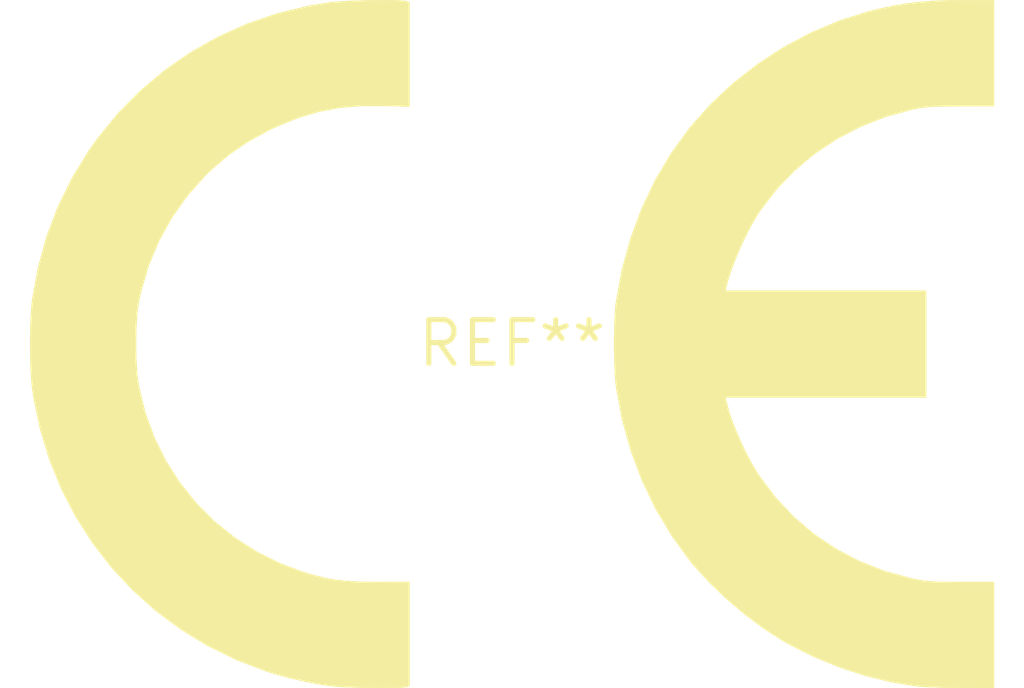
<source format=kicad_pcb>
(kicad_pcb (version 20240108) (generator pcbnew)
  (layers (0 "F.Cu" signal) (31 "B.Cu" signal) (34 "B.Paste" user) (35 "F.Paste" user) (36 "B.SilkS" user "B.Silkscreen") (37 "F.SilkS" user "F.Silkscreen") (38 "B.Mask" user) (39 "F.Mask" user) (44 "Edge.Cuts" user))
  (net 0 "")
  (footprint "CE-Logo_28x20mm_SilkScreen" (layer "F.Cu") (at 0 0)
    (property "Reference" "REF**")
    (property "Value" "CE-Logo_28x20mm_SilkScreen")
    (fp_poly (pts (xy -3.511656 -9.982955) (xy -3.298195 -9.977459) (xy -3.143824 -9.967627) (xy -3.076466 -9.957225) (xy -2.977931 -9.930819) (xy -2.977931 -6.88376) (xy -3.671565 -6.907831) (xy -4.366189 -6.906958) (xy -5.009017 -6.851148) (xy -5.619574 -6.736303) (xy -6.217383 -6.558326) (xy -6.82197 -6.313119) (xy -7.072587 -6.194055) (xy -7.670273 -5.866005) (xy -8.208668 -5.497402) (xy -8.713155 -5.070094) (xy -8.909388 -4.880422) (xy -9.427913 -4.300596) (xy -9.876504 -3.669449) (xy -10.252913 -2.991247) (xy -10.55489 -2.270256) (xy -10.780187 -1.510745) (xy -10.846921 -1.20431) (xy -10.887137 -0.926088) (xy -10.913989 -0.585154) (xy -10.927499 -0.205354) (xy -10.927692 0.189467) (xy -10.91459 0.575463) (xy -10.888218 0.928789) (xy -10.848598 1.2256) (xy -10.8445 1.248104) (xy -10.659604 2.005274) (xy -10.396804 2.727609) (xy -10.060365 3.410244) (xy -9.654549 4.048316) (xy -9.183621 4.636962) (xy -8.651846 5.171318) (xy -8.063487 5.64652) (xy -7.422809 6.057705) (xy -6.734075 6.400009) (xy -6.126664 6.629084) (xy -5.785236 6.733633) (xy -5.471646 6.813118) (xy -5.16457 6.870502) (xy -4.842683 6.908744) (xy -4.484663 6.930806) (xy -4.069186 6.939649) (xy -3.886638 6.940154) (xy -2.977931 6.939101) (xy -2.977931 9.974612) (xy -3.076466 10.001019) (xy -3.160549 10.010943) (xy -3.316119 10.017777) (xy -3.52714 10.02168) (xy -3.777573 10.02281) (xy -4.051379 10.021324) (xy -4.332522 10.01738) (xy -4.604963 10.011136) (xy -4.852665 10.00275) (xy -5.059588 9.99238) (xy -5.209696 9.980184) (xy -5.21138 9.979994) (xy -5.585449 9.925543) (xy -6.007852 9.843995) (xy -6.446361 9.742621) (xy -6.868746 9.628692) (xy -7.137156 9.545501) (xy -8.012867 9.211029) (xy -8.842847 8.803906) (xy -9.623819 8.328091) (xy -10.352507 7.787544) (xy -11.025634 7.186223) (xy -11.639924 6.528088) (xy -12.192099 5.817097) (xy -12.678883 5.057209) (xy -13.096999 4.252382) (xy -13.443171 3.406577) (xy -13.714122 2.523752) (xy -13.906575 1.607865) (xy -13.950329 1.313793) (xy -13.978323 1.033185) (xy -13.997585 0.688943) (xy -14.008114 0.304585) (xy -14.009912 -0.096373) (xy -14.002978 -0.490414) (xy -13.987311 -0.854021) (xy -13.962913 -1.163677) (xy -13.950329 -1.27) (xy -13.781764 -2.205663) (xy -13.532011 -3.109689) (xy -13.201922 -3.979981) (xy -12.792344 -4.814442) (xy -12.304128 -5.610976) (xy -12.043193 -5.977759) (xy -11.453032 -6.697744) (xy -10.804193 -7.354444) (xy -10.101192 -7.945216) (xy -9.348548 -8.467419) (xy -8.550777 -8.918408) (xy -7.712397 -9.295544) (xy -6.837925 -9.596183) (xy -5.931878 -9.817683) (xy -5.30026 -9.921721) (xy -5.126553 -9.939342) (xy -4.898588 -9.954435) (xy -4.63256 -9.966744) (xy -4.34466 -9.976009) (xy -4.051082 -9.981971) (xy -3.768016 -9.984373) (xy -3.511656 -9.982955)) (layer "F.SilkS") (stroke (width 0.01)) (fill solid))
    (fp_poly (pts (xy 14.013796 -8.441121) (xy 14.013799 -6.897414) (xy 13.039399 -6.896456) (xy 12.701825 -6.895049) (xy 12.43483 -6.890787) (xy 12.221422 -6.882489) (xy 12.044612 -6.868978) (xy 11.887408 -6.849074) (xy 11.732818 -6.821598) (xy 11.620598 -6.798005) (xy 10.859748 -6.5884) (xy 10.133734 -6.302857) (xy 9.448391 -5.945349) (xy 8.809555 -5.519852) (xy 8.223059 -5.030338) (xy 7.69474 -4.480782) (xy 7.230432 -3.875158) (xy 7.14887 -3.752443) (xy 6.977398 -3.464599) (xy 6.80228 -3.128869) (xy 6.63339 -2.767889) (xy 6.480602 -2.404296) (xy 6.353792 -2.060727) (xy 6.262834 -1.759816) (xy 6.242663 -1.675086) (xy 6.211661 -1.532759) (xy 12.043103 -1.532759) (xy 12.043103 1.576552) (xy 6.211661 1.576552) (xy 6.242663 1.718879) (xy 6.32562 2.021333) (xy 6.449717 2.371763) (xy 6.604752 2.747183) (xy 6.780519 3.124609) (xy 6.966818 3.481059) (xy 7.153444 3.793547) (xy 7.184747 3.841059) (xy 7.660583 4.474897) (xy 8.194206 5.043742) (xy 8.782313 5.54537) (xy 9.421601 5.977554) (xy 10.108769 6.338068) (xy 10.840514 6.624685) (xy 11.613533 6.83518) (xy 11.632406 6.839244) (xy 11.806471 6.874338) (xy 11.966759 6.900459) (xy 12.13112 6.918882) (xy 12.317401 6.930878) (xy 12.543452 6.937721) (xy 12.827121 6.940683) (xy 13.061293 6.94113) (xy 14.013793 6.941052) (xy 14.013793 10.028621) (xy 13.061293 10.022939) (xy 12.756823 10.019453) (xy 12.459778 10.01302) (xy 12.189212 10.00428) (xy 11.964179 9.993871) (xy 11.803735 9.982432) (xy 11.780344 9.979994) (xy 11.034164 9.860175) (xy 10.266658 9.670763) (xy 9.498786 9.418871) (xy 8.75151 9.11161) (xy 8.04579 8.756089) (xy 7.861066 8.65038) (xy 7.31969 8.301243) (xy 6.770365 7.890359) (xy 6.234792 7.436462) (xy 5.734675 6.958288) (xy 5.291718 6.47457) (xy 5.170735 6.328081) (xy 4.63671 5.594525) (xy 4.168876 4.807873) (xy 3.770566 3.976022) (xy 3.445112 3.106868) (xy 3.195846 2.208308) (xy 3.026102 1.288238) (xy 3.017679 1.226207) (xy 2.994675 0.988972) (xy 2.978343 0.688705) (xy 2.968689 0.347334) (xy 2.96572 -0.013211) (xy 2.969442 -0.371004) (xy 2.979861 -0.704114) (xy 2.996983 -0.990614) (xy 3.016992 -1.182414) (xy 3.188983 -2.12559) (xy 3.438022 -3.037724) (xy 3.761846 -3.913459) (xy 4.158194 -4.747439) (xy 4.624804 -5.53431) (xy 5.159414 -6.268716) (xy 5.170735 -6.282771) (xy 5.767547 -6.954632) (xy 6.426777 -7.571895) (xy 7.140325 -8.129496) (xy 7.900087 -8.622372) (xy 8.697962 -9.045458) (xy 9.525849 -9.393693) (xy 10.375644 -9.662012) (xy 10.707704 -9.743106) (xy 11.117894 -9.828618) (xy 11.499145 -9.892661) (xy 11.87593 -9.937716) (xy 12.272723 -9.966267) (xy 12.713997 -9.980793) (xy 13.083189 -9.983973) (xy 14.013793 -9.984827) (xy 14.013796 -8.441121)) (layer "F.SilkS") (stroke (width 0.01)) (fill solid))
  )
)
</source>
